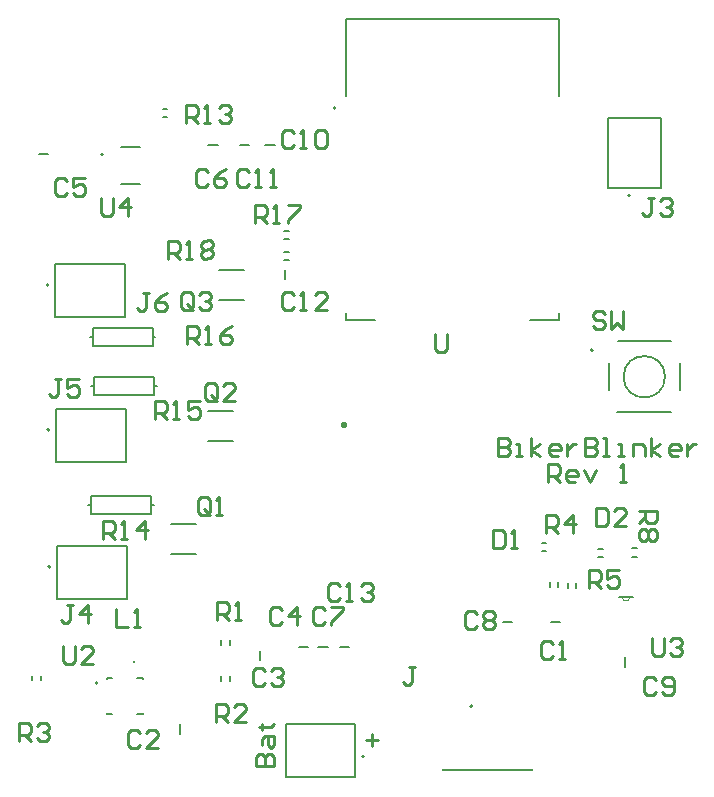
<source format=gto>
G04*
G04 #@! TF.GenerationSoftware,Altium Limited,Altium Designer,20.1.14 (287)*
G04*
G04 Layer_Color=65535*
%FSLAX44Y44*%
%MOMM*%
G71*
G04*
G04 #@! TF.SameCoordinates,F73B8E14-7BBA-4DA7-B101-32C151AF21F3*
G04*
G04*
G04 #@! TF.FilePolarity,Positive*
G04*
G01*
G75*
%ADD10C,0.1270*%
%ADD11C,0.2000*%
%ADD12C,0.0000*%
%ADD13C,0.1600*%
%ADD14C,0.1524*%
%ADD15C,0.2540*%
D10*
X610374Y339450D02*
G03*
X610374Y339450I-17550J0D01*
G01*
X570824Y369400D02*
X615824D01*
X622824Y327950D02*
Y350950D01*
X569824Y309500D02*
X615824D01*
X562874Y327950D02*
Y350950D01*
X149480Y533860D02*
X165480D01*
X149480Y502460D02*
X165480D01*
X340562Y387090D02*
Y393590D01*
Y387090D02*
X365062D01*
X496062D02*
X520562D01*
Y393590D01*
X340562Y577090D02*
Y642090D01*
X520562D01*
Y577090D02*
Y642090D01*
X94800Y267148D02*
X153800D01*
X94800D02*
Y312148D01*
X153800D01*
Y267148D02*
Y312148D01*
X137992Y54218D02*
Y54618D01*
X167992Y54218D02*
Y54618D01*
Y83818D02*
Y84218D01*
X137992Y83818D02*
Y84218D01*
X163442Y54218D02*
X167992D01*
X137992D02*
X142542D01*
X163442Y84218D02*
X167992D01*
X137992D02*
X142542D01*
X497686Y6328D02*
Y7578D01*
X422686Y6328D02*
X497686D01*
X422686D02*
Y7578D01*
X289270Y45360D02*
X348270D01*
Y360D02*
Y45360D01*
X289270Y360D02*
X348270D01*
X289270D02*
Y45360D01*
X562374Y558676D02*
X607374D01*
X562374Y499676D02*
Y558676D01*
Y499676D02*
X607374D01*
Y558676D01*
X95468Y150982D02*
X154468D01*
X95468D02*
Y195982D01*
X154468D01*
Y150982D02*
Y195982D01*
X153198Y389742D02*
Y434742D01*
X94198D02*
X153198D01*
X94198Y389742D02*
Y434742D01*
Y389742D02*
X153198D01*
D11*
X549374Y361950D02*
G03*
X549374Y361950I-1000J0D01*
G01*
X134480Y527660D02*
G03*
X134480Y527660I-1000J0D01*
G01*
X331562Y567090D02*
G03*
X331562Y567090I-1000J0D01*
G01*
X89300Y294648D02*
G03*
X89300Y294648I-1000J0D01*
G01*
X447186Y60578D02*
G03*
X447186Y60578I-1000J0D01*
G01*
X355770Y17860D02*
G03*
X355770Y17860I-1000J0D01*
G01*
X580874Y493176D02*
G03*
X580874Y493176I-1000J0D01*
G01*
X89968Y178482D02*
G03*
X89968Y178482I-1000J0D01*
G01*
X88698Y417242D02*
G03*
X88698Y417242I-1000J0D01*
G01*
X287948Y438206D02*
X291948D01*
X287948Y445206D02*
X291948D01*
X232578Y429822D02*
X253578D01*
X232578Y404822D02*
X253578D01*
X176530Y373380D02*
X178816D01*
X123444D02*
X125730D01*
X176530Y365760D02*
Y373380D01*
X125730Y365760D02*
X176530D01*
X125730D02*
Y381000D01*
X176530D01*
Y373380D02*
Y381000D01*
X161000Y97594D02*
Y98594D01*
X506000Y192080D02*
X510000D01*
X506000Y199080D02*
X510000D01*
X554006Y186746D02*
X558006D01*
X554006Y193746D02*
X558006D01*
X192446Y189430D02*
X213446D01*
X192446Y214430D02*
X213446D01*
X223688Y285442D02*
X244688D01*
X223688Y310442D02*
X244688D01*
X241662Y112618D02*
Y116618D01*
X234662Y112618D02*
Y116618D01*
X241662Y82258D02*
Y86258D01*
X234662Y82258D02*
Y86258D01*
X81642Y82378D02*
Y86378D01*
X74642Y82378D02*
Y86378D01*
X512882Y161830D02*
Y165830D01*
X519882Y161830D02*
Y165830D01*
X535376Y160814D02*
Y164814D01*
X528376Y160814D02*
Y164814D01*
X582454Y187254D02*
X586454D01*
X582454Y194254D02*
X586454D01*
X184944Y559364D02*
X188944D01*
X184944Y566364D02*
X188944D01*
X175260Y231140D02*
X177546D01*
X122174D02*
X124460D01*
X175260Y223520D02*
Y231140D01*
X124460Y223520D02*
X175260D01*
X124460D02*
Y238760D01*
X175260D01*
Y231140D02*
Y238760D01*
X177800Y331470D02*
X180086D01*
X124714D02*
X127000D01*
X177800Y323850D02*
Y331470D01*
X127000Y323850D02*
X177800D01*
X127000D02*
Y339090D01*
X177800D01*
Y331470D02*
Y339090D01*
X287694Y462986D02*
X291694D01*
X287694Y455986D02*
X291694D01*
D12*
X574294Y152654D02*
G03*
X580390Y152654I3048J0D01*
G01*
D13*
X129792Y80418D02*
G03*
X129792Y80418I-800J0D01*
G01*
D14*
X580390Y152654D02*
X583438D01*
X574294D02*
X580390D01*
X571246D02*
X574294D01*
X335000Y110541D02*
X342999D01*
X513652Y132081D02*
X521651D01*
X200061Y37198D02*
Y45197D01*
X267371Y99428D02*
Y107427D01*
X300202Y111049D02*
X308201D01*
X80075Y528319D02*
X88074D01*
X223584Y535941D02*
X231583D01*
X473012Y132081D02*
X481011D01*
X576073Y93791D02*
Y101790D01*
X271844Y536071D02*
X279843D01*
X250254D02*
X258253D01*
X288797Y422212D02*
Y430211D01*
X316712Y110919D02*
X324711D01*
D15*
X511567Y250444D02*
Y265679D01*
X519184D01*
X521723Y263140D01*
Y258062D01*
X519184Y255522D01*
X511567D01*
X516645D02*
X521723Y250444D01*
X534419D02*
X529341D01*
X526802Y252983D01*
Y258062D01*
X529341Y260601D01*
X534419D01*
X536959Y258062D01*
Y255522D01*
X526802D01*
X542037Y260601D02*
X547115Y250444D01*
X552194Y260601D01*
X572507Y250444D02*
X577585D01*
X575046D01*
Y265679D01*
X572507Y263140D01*
X559166Y392405D02*
X556627Y394944D01*
X551548D01*
X549009Y392405D01*
Y389866D01*
X551548Y387327D01*
X556627D01*
X559166Y384787D01*
Y382248D01*
X556627Y379709D01*
X551548D01*
X549009Y382248D01*
X564244Y394944D02*
Y379709D01*
X569322Y384787D01*
X574401Y379709D01*
Y394944D01*
X132680Y490827D02*
Y478132D01*
X135219Y475592D01*
X140298D01*
X142837Y478132D01*
Y490827D01*
X155533Y475592D02*
Y490827D01*
X147915Y483210D01*
X158072D01*
X598936Y118108D02*
Y105412D01*
X601475Y102872D01*
X606554D01*
X609093Y105412D01*
Y118108D01*
X614171Y115568D02*
X616710Y118108D01*
X621789D01*
X624328Y115568D01*
Y113029D01*
X621789Y110490D01*
X619249D01*
X621789D01*
X624328Y107951D01*
Y105412D01*
X621789Y102872D01*
X616710D01*
X614171Y105412D01*
X335537Y162558D02*
X332998Y165098D01*
X327919D01*
X325380Y162558D01*
Y152402D01*
X327919Y149862D01*
X332998D01*
X335537Y152402D01*
X340615Y149862D02*
X345694D01*
X343154D01*
Y165098D01*
X340615Y162558D01*
X353311D02*
X355850Y165098D01*
X360929D01*
X363468Y162558D01*
Y160019D01*
X360929Y157480D01*
X358390D01*
X360929D01*
X363468Y154941D01*
Y152402D01*
X360929Y149862D01*
X355850D01*
X353311Y152402D01*
X415292Y375918D02*
Y363222D01*
X417831Y360682D01*
X422909D01*
X425448Y363222D01*
Y375918D01*
X99057Y337815D02*
X93978D01*
X96517D01*
Y325119D01*
X93978Y322580D01*
X91439D01*
X88900Y325119D01*
X114292Y337815D02*
X104135D01*
Y330197D01*
X109213Y332737D01*
X111753D01*
X114292Y330197D01*
Y325119D01*
X111753Y322580D01*
X106674D01*
X104135Y325119D01*
X189325Y439204D02*
X189150Y454438D01*
X196767Y454526D01*
X199335Y452016D01*
X199394Y446938D01*
X196884Y444370D01*
X189267Y444282D01*
X194345Y444340D02*
X199481Y439321D01*
X204559Y439379D02*
X209637Y439438D01*
X207098Y439408D01*
X206923Y454642D01*
X204413Y452074D01*
X217108Y452220D02*
X219618Y454789D01*
X224696Y454847D01*
X227264Y452337D01*
X227293Y449798D01*
X224784Y447230D01*
X227352Y444720D01*
X227381Y442181D01*
X224871Y439613D01*
X219793Y439554D01*
X217225Y442064D01*
X217196Y444603D01*
X219706Y447172D01*
X217137Y449681D01*
X217108Y452220D01*
X219706Y447172D02*
X224784Y447230D01*
X210821Y398782D02*
Y408938D01*
X208282Y411478D01*
X203203D01*
X200664Y408938D01*
Y398782D01*
X203203Y396242D01*
X208282D01*
X205742Y401321D02*
X210821Y396242D01*
X208282D02*
X210821Y398782D01*
X215899Y408938D02*
X218438Y411478D01*
X223517D01*
X226056Y408938D01*
Y406399D01*
X223517Y403860D01*
X220977D01*
X223517D01*
X226056Y401321D01*
Y398782D01*
X223517Y396242D01*
X218438D01*
X215899Y398782D01*
X100498Y111299D02*
Y98604D01*
X103037Y96065D01*
X108116D01*
X110655Y98604D01*
Y111299D01*
X125890Y96065D02*
X115733D01*
X125890Y106221D01*
Y108760D01*
X123351Y111299D01*
X118272D01*
X115733Y108760D01*
X205765Y366985D02*
X205727Y382220D01*
X213345Y382239D01*
X215890Y379706D01*
X215903Y374628D01*
X213370Y372082D01*
X205753Y372063D01*
X210831Y372076D02*
X215922Y367010D01*
X221000Y367023D02*
X226078Y367036D01*
X223539Y367029D01*
X223501Y382264D01*
X220969Y379719D01*
X243815Y382315D02*
X238743Y379763D01*
X233677Y374672D01*
X233690Y369594D01*
X236235Y367061D01*
X241314Y367074D01*
X243846Y369619D01*
X243840Y372158D01*
X241295Y374691D01*
X233677Y374672D01*
X398969Y93547D02*
X393890D01*
X396429D01*
Y80851D01*
X393890Y78312D01*
X391351D01*
X388812Y80851D01*
X145799Y142999D02*
Y127765D01*
X155956D01*
X161034D02*
X166113D01*
X163574D01*
Y142999D01*
X161034Y140460D01*
X515112Y113028D02*
X512573Y115568D01*
X507495D01*
X504955Y113028D01*
Y102872D01*
X507495Y100332D01*
X512573D01*
X515112Y102872D01*
X520190Y100332D02*
X525269D01*
X522730D01*
Y115568D01*
X520190Y113028D01*
X166027Y37640D02*
X163488Y40180D01*
X158409D01*
X155870Y37640D01*
Y27484D01*
X158409Y24945D01*
X163488D01*
X166027Y27484D01*
X181262Y24945D02*
X171105D01*
X181262Y35101D01*
Y37640D01*
X178723Y40180D01*
X173644D01*
X171105Y37640D01*
X271691Y90472D02*
X269152Y93012D01*
X264073D01*
X261534Y90472D01*
Y80316D01*
X264073Y77776D01*
X269152D01*
X271691Y80316D01*
X276769Y90472D02*
X279308Y93012D01*
X284387D01*
X286926Y90472D01*
Y87933D01*
X284387Y85394D01*
X281847D01*
X284387D01*
X286926Y82855D01*
Y80316D01*
X284387Y77776D01*
X279308D01*
X276769Y80316D01*
X286423Y142288D02*
X283884Y144827D01*
X278805D01*
X276266Y142288D01*
Y132132D01*
X278805Y129593D01*
X283884D01*
X286423Y132132D01*
X299119Y129593D02*
Y144827D01*
X291501Y137210D01*
X301658D01*
X104141Y505458D02*
X101602Y507998D01*
X96523D01*
X93984Y505458D01*
Y495302D01*
X96523Y492762D01*
X101602D01*
X104141Y495302D01*
X119376Y507998D02*
X109219D01*
Y500380D01*
X114298Y502919D01*
X116837D01*
X119376Y500380D01*
Y495302D01*
X116837Y492762D01*
X111758D01*
X109219Y495302D01*
X223521Y513078D02*
X220982Y515617D01*
X215903D01*
X213364Y513078D01*
Y502922D01*
X215903Y500382D01*
X220982D01*
X223521Y502922D01*
X238756Y515617D02*
X233678Y513078D01*
X228599Y508000D01*
Y502922D01*
X231138Y500382D01*
X236217D01*
X238756Y502922D01*
Y505461D01*
X236217Y508000D01*
X228599D01*
X451359Y138936D02*
X448820Y141475D01*
X443741D01*
X441202Y138936D01*
Y128780D01*
X443741Y126241D01*
X448820D01*
X451359Y128780D01*
X456437Y138936D02*
X458976Y141475D01*
X464055D01*
X466594Y138936D01*
Y136397D01*
X464055Y133858D01*
X466594Y131319D01*
Y128780D01*
X464055Y126241D01*
X458976D01*
X456437Y128780D01*
Y131319D01*
X458976Y133858D01*
X456437Y136397D01*
Y138936D01*
X458976Y133858D02*
X464055D01*
X602743Y82548D02*
X600204Y85087D01*
X595125D01*
X592586Y82548D01*
Y72392D01*
X595125Y69852D01*
X600204D01*
X602743Y72392D01*
X607821D02*
X610360Y69852D01*
X615439D01*
X617978Y72392D01*
Y82548D01*
X615439Y85087D01*
X610360D01*
X607821Y82548D01*
Y80009D01*
X610360Y77470D01*
X617978D01*
X295913Y546098D02*
X293374Y548638D01*
X288295D01*
X285756Y546098D01*
Y535942D01*
X288295Y533402D01*
X293374D01*
X295913Y535942D01*
X300991Y533402D02*
X306070D01*
X303530D01*
Y548638D01*
X300991Y546098D01*
X313687D02*
X316226Y548638D01*
X321305D01*
X323844Y546098D01*
Y535942D01*
X321305Y533402D01*
X316226D01*
X313687Y535942D01*
Y546098D01*
X257812Y513078D02*
X255273Y515617D01*
X250194D01*
X247655Y513078D01*
Y502922D01*
X250194Y500382D01*
X255273D01*
X257812Y502922D01*
X262890Y500382D02*
X267969D01*
X265430D01*
Y515617D01*
X262890Y513078D01*
X275586Y500382D02*
X280665D01*
X278125D01*
Y515617D01*
X275586Y513078D01*
X295913Y408938D02*
X293374Y411478D01*
X288295D01*
X285756Y408938D01*
Y398782D01*
X288295Y396242D01*
X293374D01*
X295913Y398782D01*
X300991Y396242D02*
X306070D01*
X303530D01*
Y411478D01*
X300991Y408938D01*
X323844Y396242D02*
X313687D01*
X323844Y406399D01*
Y408938D01*
X321305Y411478D01*
X316226D01*
X313687Y408938D01*
X464823Y209548D02*
Y194312D01*
X472441D01*
X474980Y196852D01*
Y207008D01*
X472441Y209548D01*
X464823D01*
X480058Y194312D02*
X485137D01*
X482598D01*
Y209548D01*
X480058Y207008D01*
X552200Y228344D02*
Y213109D01*
X559818D01*
X562357Y215648D01*
Y225804D01*
X559818Y228344D01*
X552200D01*
X577592Y213109D02*
X567435D01*
X577592Y223265D01*
Y225804D01*
X575053Y228344D01*
X569974D01*
X567435Y225804D01*
X264416Y9912D02*
X279652D01*
Y17529D01*
X277112Y20069D01*
X274573D01*
X272034Y17529D01*
Y9912D01*
Y17529D01*
X269495Y20069D01*
X266956D01*
X264416Y17529D01*
Y9912D01*
X269495Y27686D02*
Y32764D01*
X272034Y35303D01*
X279652D01*
Y27686D01*
X277112Y25147D01*
X274573Y27686D01*
Y35303D01*
X266956Y42921D02*
X269495D01*
Y40382D01*
Y45460D01*
Y42921D01*
X277112D01*
X279652Y45460D01*
X600711Y490979D02*
X595633D01*
X598172D01*
Y478284D01*
X595633Y475745D01*
X593093D01*
X590554Y478284D01*
X605789Y488440D02*
X608328Y490979D01*
X613407D01*
X615946Y488440D01*
Y485901D01*
X613407Y483362D01*
X610868D01*
X613407D01*
X615946Y480823D01*
Y478284D01*
X613407Y475745D01*
X608328D01*
X605789Y478284D01*
X224790Y224792D02*
Y234948D01*
X222251Y237488D01*
X217173D01*
X214633Y234948D01*
Y224792D01*
X217173Y222253D01*
X222251D01*
X219712Y227331D02*
X224790Y222253D01*
X222251D02*
X224790Y224792D01*
X229868Y222253D02*
X234947D01*
X232408D01*
Y237488D01*
X229868Y234948D01*
X231391Y321563D02*
Y331720D01*
X228852Y334259D01*
X223773D01*
X221234Y331720D01*
Y321563D01*
X223773Y319024D01*
X228852D01*
X226312Y324102D02*
X231391Y319024D01*
X228852D02*
X231391Y321563D01*
X246626Y319024D02*
X236469D01*
X246626Y329181D01*
Y331720D01*
X244087Y334259D01*
X239008D01*
X236469Y331720D01*
X231053Y133148D02*
Y148384D01*
X238671D01*
X241210Y145844D01*
Y140766D01*
X238671Y138227D01*
X231053D01*
X236132D02*
X241210Y133148D01*
X246288D02*
X251367D01*
X248828D01*
Y148384D01*
X246288Y145844D01*
X229784Y47042D02*
Y62277D01*
X237402D01*
X239941Y59738D01*
Y54660D01*
X237402Y52121D01*
X229784D01*
X234862D02*
X239941Y47042D01*
X255176D02*
X245019D01*
X255176Y57199D01*
Y59738D01*
X252637Y62277D01*
X247558D01*
X245019Y59738D01*
X62996Y30736D02*
Y45971D01*
X70614D01*
X73153Y43432D01*
Y38354D01*
X70614Y35815D01*
X62996D01*
X68074D02*
X73153Y30736D01*
X78231Y43432D02*
X80770Y45971D01*
X85849D01*
X88388Y43432D01*
Y40893D01*
X85849Y38354D01*
X83309D01*
X85849D01*
X88388Y35815D01*
Y33276D01*
X85849Y30736D01*
X80770D01*
X78231Y33276D01*
X509274Y207013D02*
Y222248D01*
X516892D01*
X519431Y219708D01*
Y214630D01*
X516892Y212091D01*
X509274D01*
X514352D02*
X519431Y207013D01*
X532127D02*
Y222248D01*
X524509Y214630D01*
X534666D01*
X545596Y160530D02*
Y175765D01*
X553214D01*
X555753Y173226D01*
Y168148D01*
X553214Y165609D01*
X545596D01*
X550675D02*
X555753Y160530D01*
X570988Y175765D02*
X560831D01*
Y168148D01*
X565910Y170687D01*
X568449D01*
X570988Y168148D01*
Y163070D01*
X568449Y160530D01*
X563370D01*
X560831Y163070D01*
X588013Y226056D02*
X603247D01*
Y218438D01*
X600708Y215899D01*
X595630D01*
X593091Y218438D01*
Y226056D01*
Y220977D02*
X588013Y215899D01*
X600708Y210821D02*
X603247Y208282D01*
Y203203D01*
X600708Y200664D01*
X598169D01*
X595630Y203203D01*
X593091Y200664D01*
X590552D01*
X588013Y203203D01*
Y208282D01*
X590552Y210821D01*
X593091D01*
X595630Y208282D01*
X598169Y210821D01*
X600708D01*
X595630Y208282D02*
Y203203D01*
X204984Y554230D02*
Y569465D01*
X212602D01*
X215141Y566926D01*
Y561848D01*
X212602Y559309D01*
X204984D01*
X210063D02*
X215141Y554230D01*
X220219D02*
X225298D01*
X222758D01*
Y569465D01*
X220219Y566926D01*
X232915D02*
X235454Y569465D01*
X240533D01*
X243072Y566926D01*
Y564387D01*
X240533Y561848D01*
X237994D01*
X240533D01*
X243072Y559309D01*
Y556770D01*
X240533Y554230D01*
X235454D01*
X232915Y556770D01*
X134626Y201933D02*
X134626Y217168D01*
X142244Y217168D01*
X144783Y214628D01*
X144783Y209550D01*
X142244Y207011D01*
X134626Y207011D01*
X139705Y207011D02*
X144783Y201933D01*
X149861Y201933D02*
X154939Y201932D01*
X152400Y201933D01*
X152401Y217167D01*
X149861Y214628D01*
X170175Y201932D02*
X170175Y217167D01*
X162557Y209550D01*
X172714Y209550D01*
X178335Y303482D02*
X178294Y318717D01*
X185911Y318737D01*
X188457Y316205D01*
X188471Y311126D01*
X185938Y308580D01*
X178321Y308560D01*
X183399Y308574D02*
X188491Y303509D01*
X193570Y303522D02*
X198648Y303536D01*
X196109Y303529D01*
X196068Y318764D01*
X193536Y316218D01*
X216381Y318818D02*
X206225Y318791D01*
X206245Y311174D01*
X211317Y313726D01*
X213856Y313733D01*
X216402Y311201D01*
X216415Y306122D01*
X213883Y303577D01*
X208805Y303563D01*
X206259Y306095D01*
X262896Y469902D02*
Y485137D01*
X270514D01*
X273053Y482598D01*
Y477520D01*
X270514Y474981D01*
X262896D01*
X267974D02*
X273053Y469902D01*
X278131D02*
X283210D01*
X280670D01*
Y485137D01*
X278131Y482598D01*
X290827Y485137D02*
X300984D01*
Y482598D01*
X290827Y472442D01*
Y469902D01*
X109221Y145794D02*
X104143D01*
X106682D01*
Y133098D01*
X104143Y130559D01*
X101603D01*
X99064Y133098D01*
X121917Y130559D02*
Y145794D01*
X114299Y138176D01*
X124456D01*
X173229Y410462D02*
X168151D01*
X170690D01*
Y397766D01*
X168151Y395227D01*
X165611D01*
X163072Y397766D01*
X188464Y410462D02*
X183386Y407922D01*
X178307Y402844D01*
Y397766D01*
X180846Y395227D01*
X185925D01*
X188464Y397766D01*
Y400305D01*
X185925Y402844D01*
X178307D01*
X322745Y141780D02*
X320206Y144319D01*
X315127D01*
X312588Y141780D01*
Y131624D01*
X315127Y129085D01*
X320206D01*
X322745Y131624D01*
X327823Y144319D02*
X337980D01*
Y141780D01*
X327823Y131624D01*
Y129085D01*
X336804Y297688D02*
Y300227D01*
X339343D01*
Y297688D01*
X336804D01*
X357124Y32256D02*
X367281D01*
X362202Y37335D02*
Y27178D01*
X468884Y287269D02*
Y272034D01*
X476502D01*
X479041Y274573D01*
Y277112D01*
X476502Y279652D01*
X468884D01*
X476502D01*
X479041Y282191D01*
Y284730D01*
X476502Y287269D01*
X468884D01*
X484119Y272034D02*
X489197D01*
X486658D01*
Y282191D01*
X484119D01*
X496815Y272034D02*
Y287269D01*
Y277112D02*
X504432Y282191D01*
X496815Y277112D02*
X504432Y272034D01*
X519668D02*
X514589D01*
X512050Y274573D01*
Y279652D01*
X514589Y282191D01*
X519668D01*
X522207Y279652D01*
Y277112D01*
X512050D01*
X527285Y282191D02*
Y272034D01*
Y277112D01*
X529824Y279652D01*
X532364Y282191D01*
X534903D01*
X542520Y287269D02*
Y272034D01*
X550138D01*
X552677Y274573D01*
Y277112D01*
X550138Y279652D01*
X542520D01*
X550138D01*
X552677Y282191D01*
Y284730D01*
X550138Y287269D01*
X542520D01*
X557755Y272034D02*
X562834D01*
X560294D01*
Y287269D01*
X557755D01*
X570451Y272034D02*
X575530D01*
X572990D01*
Y282191D01*
X570451D01*
X583147Y272034D02*
Y282191D01*
X590765D01*
X593304Y279652D01*
Y272034D01*
X598382D02*
Y287269D01*
Y277112D02*
X606000Y282191D01*
X598382Y277112D02*
X606000Y272034D01*
X621235D02*
X616156D01*
X613617Y274573D01*
Y279652D01*
X616156Y282191D01*
X621235D01*
X623774Y279652D01*
Y277112D01*
X613617D01*
X628852Y282191D02*
Y272034D01*
Y277112D01*
X631391Y279652D01*
X633931Y282191D01*
X636470D01*
M02*

</source>
